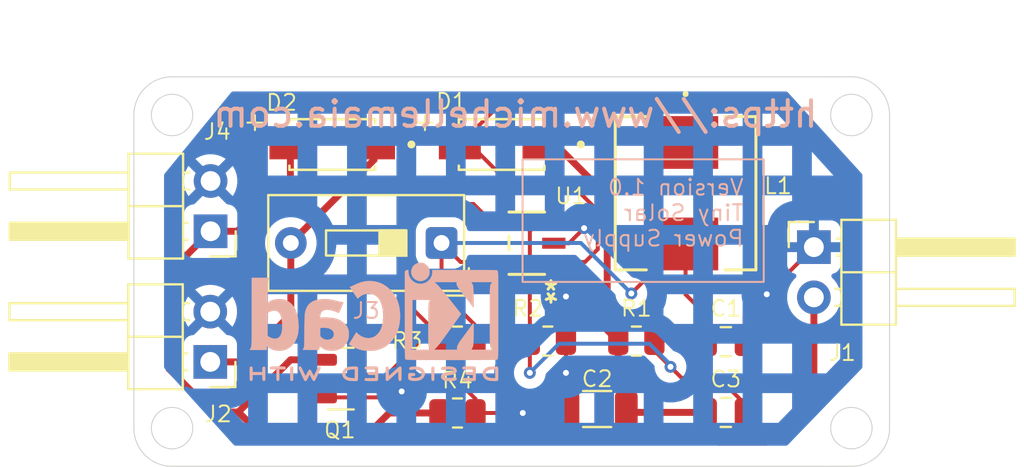
<source format=kicad_pcb>
(kicad_pcb (version 20241229) (generator "pcbnew") (generator_version "9.0")
  (title_block (title "Tiny Solar Power Supply") (date "2025-08-21") (rev "1.0") (company "https://www.michellemaia.com"))
  (layers (0 "F.Cu" signal) (2 "B.Cu" signal) (13 "F.Paste" user) (15 "B.Paste" user) (5 "F.SilkS" user "F.Silkscreen") (7 "B.SilkS" user "B.Silkscreen") (1 "F.Mask" user) (3 "B.Mask" user) (25 "Edge.Cuts" user))
  (net 0 "")
  (net 1 "Net-(J3-Pin_1)")
  (net 2 "GNDD")
  (net 3 "/OUT_P")
  (net 4 "Net-(U1-FB)")
  (net 5 "Net-(U1-SW)")
  (net 6 "/SOLAR_P")
  (net 7 "/BAT_P")
  (net 8 "Net-(Q1-D)")
  (footprint "AP3015AKTR-G1:SOT23-5_1P55X2P9_DIO" (layer "F.Cu") (at 121.4628 48.0568 180)
    (property "Reference" "U1" (at -2.2352 2.3876 0) (layer "F.SilkS") (effects (font (size 0.8 0.8) (thickness 0.1))))
    (property "Value" "AP3015AKTR-G1")
    (fp_text user "*" (at -1.2192 -2.4384 0) (layer "F.SilkS"))
    (fp_text user "*" (at -1.2192 -2.4384 180) (layer "F.SilkS"))
    (pad "1" smd rect (at -1.36525 -0.950001 180) (size 1.1811 0.5588) (layers "F.Cu" "F.Mask" "F.Paste") (net 5 "Net-(U1-SW)"))
    (pad "2" smd rect (at -1.36525 0 180) (size 1.1811 0.5588) (layers "F.Cu" "F.Mask" "F.Paste") (net 2 "GNDD"))
    (pad "3" smd rect (at -1.36525 0.950001 180) (size 1.1811 0.5588) (layers "F.Cu" "F.Mask" "F.Paste") (net 4 "Net-(U1-FB)"))
    (pad "4" smd rect (at 1.36525 0.950001 180) (size 1.1811 0.5588) (layers "F.Cu" "F.Mask" "F.Paste") (net 8 "Net-(Q1-D)"))
    (pad "5" smd rect (at 1.36525 -0.950001 180) (size 1.1811 0.5588) (layers "F.Cu" "F.Mask" "F.Paste") (net 1 "Net-(J3-Pin_1)"))
  )
  (footprint "Resistor_SMD:R_0805_2012Metric" (layer "F.Cu") (at 117.9576 56.6388)
    (property "Reference" "R4" (at 0 -1.65 0) (layer "F.SilkS") (effects (font (size 0.8 0.8) (thickness 0.1))))
    (property "Value" "1 MOhm")
    (pad "1" smd roundrect (at -0.9125 0) (size 1.025 1.4) (layers "F.Cu" "F.Mask" "F.Paste") (roundrect_rratio 0.243902) (net 6 "/SOLAR_P"))
    (pad "2" smd roundrect (at 0.9125 0) (size 1.025 1.4) (layers "F.Cu" "F.Mask" "F.Paste") (roundrect_rratio 0.243902) (net 2 "GNDD"))
  )
  (footprint "Connector_PinHeader_2.54mm:PinHeader_1x02_P2.54mm_Horizontal" (layer "F.Cu") (at 135.9754 48.255)
    (property "Reference" "J1" (at 1.4386 5.339 0) (layer "F.SilkS") (effects (font (size 0.8 0.8) (thickness 0.1))))
    (property "Value" "Conn_01x02_Pin")
    (pad "1" thru_hole rect (at 0 0) (size 1.7 1.7) (drill 1) (layers "*.Cu" "*.Mask") (net 2 "GNDD"))
    (pad "2" thru_hole circle (at 0 2.54) (size 1.7 1.7) (drill 1) (layers "*.Cu" "*.Mask") (net 3 "/OUT_P"))
  )
  (footprint "Capacitor_SMD:C_0805_2012Metric" (layer "F.Cu") (at 131.5234 53.0352)
    (property "Reference" "C1" (at 0 -1.68 0) (layer "F.SilkS") (effects (font (size 0.8 0.8) (thickness 0.1))))
    (property "Value" "4.7 uF, 50 V, X7R (0805)")
    (pad "1" smd roundrect (at -0.95 0) (size 1 1.45) (layers "F.Cu" "F.Mask" "F.Paste") (net 1 "Net-(J3-Pin_1)"))
    (pad "2" smd roundrect (at 0.95 0) (size 1 1.45) (layers "F.Cu" "F.Mask" "F.Paste") (net 2 "GNDD"))
  )
  (footprint "SS14:DIOM4325X250N" (layer "F.Cu") (at 120.1928 43.0659 180)
    (property "Reference" "D1" (at 2.54 2.1719 0) (layer "F.SilkS") (effects (font (size 0.8 0.8) (thickness 0.1))))
    (property "Value" "SS14")
    (pad "A" smd rect (at 2.115 0 180) (size 2.12 1.5) (layers "F.Cu" "F.Mask" "F.Paste") (net 5 "Net-(U1-SW)"))
    (pad "C" smd rect (at -2.115 0 180) (size 2.12 1.5) (layers "F.Cu" "F.Mask" "F.Paste") (net 3 "/OUT_P"))
  )
  (footprint "Capacitor_SMD:C_1206_3216Metric" (layer "F.Cu") (at 125.0188 56.4388 180)
    (property "Reference" "C2" (at 0 1.524 0) (layer "F.SilkS") (effects (font (size 0.8 0.8) (thickness 0.1))))
    (property "Value" "22 uF, 10 V, X7R (1206)")
    (pad "1" smd roundrect (at -1.475 0 180) (size 1.15 1.8) (layers "F.Cu" "F.Mask" "F.Paste") (roundrect_rratio 0.217391) (net 3 "/OUT_P"))
    (pad "2" smd roundrect (at 1.475 0 180) (size 1.15 1.8) (layers "F.Cu" "F.Mask" "F.Paste") (roundrect_rratio 0.217391) (net 2 "GNDD"))
  )
  (footprint "Resistor_SMD:R_0805_2012Metric" (layer "F.Cu") (at 122.5296 53.0052)
    (property "Reference" "R2" (at -1.016 -1.65 0) (layer "F.SilkS") (effects (font (size 0.8 0.8) (thickness 0.1))))
    (property "Value" "604 kOhm, 1%")
    (pad "1" smd roundrect (at -0.9125 0) (size 1.025 1.4) (layers "F.Cu" "F.Mask" "F.Paste") (roundrect_rratio 0.243902) (net 4 "Net-(U1-FB)"))
    (pad "2" smd roundrect (at 0.9125 0) (size 1.025 1.4) (layers "F.Cu" "F.Mask" "F.Paste") (roundrect_rratio 0.243902) (net 2 "GNDD"))
  )
  (footprint "Resistor_SMD:R_0805_2012Metric" (layer "F.Cu") (at 127 53.0052)
    (property "Reference" "R1" (at 0 -1.65 0) (layer "F.SilkS") (effects (font (size 0.8 0.8) (thickness 0.1))))
    (property "Value" "1 MOhm")
    (pad "1" smd roundrect (at -0.9125 0) (size 1.025 1.4) (layers "F.Cu" "F.Mask" "F.Paste") (roundrect_rratio 0.243902) (net 3 "/OUT_P"))
    (pad "2" smd roundrect (at 0.9125 0) (size 1.025 1.4) (layers "F.Cu" "F.Mask" "F.Paste") (roundrect_rratio 0.243902) (net 4 "Net-(U1-FB)"))
  )
  (footprint "Connector_PinHeader_2.54mm:PinHeader_1x02_P2.54mm_Horizontal" (layer "F.Cu") (at 105.4608 54.0562 180)
    (property "Reference" "J2" (at -0.4064 -2.6366 0) (layer "F.SilkS") (effects (font (size 0.8 0.8) (thickness 0.1))))
    (property "Value" "Conn_01x02_Pin")
    (pad "1" thru_hole rect (at 0 0 180) (size 1.7 1.7) (drill 1) (layers "*.Cu" "*.Mask") (net 7 "/BAT_P"))
    (pad "2" thru_hole circle (at 0 2.54 180) (size 1.7 1.7) (drill 1) (layers "*.Cu" "*.Mask") (net 2 "GNDD"))
  )
  (footprint "Resistor_SMD:R_0805_2012Metric" (layer "F.Cu") (at 117.9576 53.0052 180)
    (property "Reference" "R3" (at 2.54 0.0208 0) (layer "F.SilkS") (effects (font (size 0.8 0.8) (thickness 0.1))))
    (property "Value" "10 KOhm")
    (pad "1" smd roundrect (at -0.9125 0 180) (size 1.025 1.4) (layers "F.Cu" "F.Mask" "F.Paste") (roundrect_rratio 0.243902) (net 1 "Net-(J3-Pin_1)"))
    (pad "2" smd roundrect (at 0.9125 0 180) (size 1.025 1.4) (layers "F.Cu" "F.Mask" "F.Paste") (roundrect_rratio 0.243902) (net 8 "Net-(Q1-D)"))
  )
  (footprint "Package_TO_SOT_SMD:SOT-23" (layer "F.Cu") (at 112.0648 54.9007)
    (property "Reference" "Q1" (at -0.0508 2.6049 0) (layer "F.SilkS") (effects (font (size 0.8 0.8) (thickness 0.1))))
    (property "Value" "2N7002")
    (pad "1" smd roundrect (at -0.9375 -0.95) (size 1.475 0.6) (layers "F.Cu" "F.Mask" "F.Paste") (net 6 "/SOLAR_P"))
    (pad "2" smd roundrect (at -0.9375 0.95) (size 1.475 0.6) (layers "F.Cu" "F.Mask" "F.Paste") (net 2 "GNDD"))
    (pad "3" smd roundrect (at 0.9375 0) (size 1.475 0.6) (layers "F.Cu" "F.Mask" "F.Paste") (net 8 "Net-(Q1-D)"))
  )
  (footprint "ASPI-0630LR-100M-T15:IND_ASPI-0630LR_ABR" (layer "F.Cu") (at 129.4892 45.5295 -90)
    (property "Reference" "L1" (at -0.3683 -4.6736 0) (layer "F.SilkS") (effects (font (size 0.8 0.8) (thickness 0.1))))
    (property "Value" "ASPI-0630LR-100M-T15")
    (pad "1" smd rect (at -2.5654 0) (size 3.302 2.667) (layers "F.Cu" "F.Mask" "F.Paste") (net 5 "Net-(U1-SW)"))
    (pad "2" smd rect (at 2.5654 0) (size 3.302 2.667) (layers "F.Cu" "F.Mask" "F.Paste") (net 1 "Net-(J3-Pin_1)"))
  )
  (footprint "Button_Switch_THT:SW_DIP_SPSTx01_Slide_9.78x4.72mm_W7.62mm_P2.54mm" (layer "F.Cu") (at 117.1531 48.0443 180)
    (property "Reference" "J3" (at 3.81 -3.42 0) (layer "B.SilkS") (effects (font (size 0.8 0.8) (thickness 0.1))))
    (property "Value" "Conn_01x02_Pin")
    (pad "1" thru_hole roundrect (at 0 0 180) (size 1.6 1.6) (drill 0.8) (layers "*.Cu" "*.Mask") (roundrect_rratio 0.15625) (net 1 "Net-(J3-Pin_1)"))
    (pad "2" thru_hole circle (at 7.62 0 180) (size 1.6 1.6) (drill 0.8) (layers "*.Cu" "*.Mask") (net 7 "/BAT_P"))
  )
  (footprint "Capacitor_SMD:C_0805_2012Metric" (layer "F.Cu") (at 131.5234 56.6088)
    (property "Reference" "C3" (at 0 -1.68 0) (layer "F.SilkS") (effects (font (size 0.8 0.8) (thickness 0.1))))
    (property "Value" "10 pF, 10V, X7R (0805)")
    (pad "1" smd roundrect (at -0.95 0) (size 1 1.45) (layers "F.Cu" "F.Mask" "F.Paste") (net 3 "/OUT_P"))
    (pad "2" smd roundrect (at 0.95 0) (size 1 1.45) (layers "F.Cu" "F.Mask" "F.Paste") (net 4 "Net-(U1-FB)"))
  )
  (footprint "Connector_PinHeader_2.54mm:PinHeader_1x02_P2.54mm_Horizontal" (layer "F.Cu") (at 105.477 47.4522 180)
    (property "Reference" "J4" (at -0.3394 5.0342 0) (layer "F.SilkS") (effects (font (size 0.8 0.8) (thickness 0.1))))
    (property "Value" "Conn_01x02_Pin")
    (pad "1" thru_hole rect (at 0 0 180) (size 1.7 1.7) (drill 1) (layers "*.Cu" "*.Mask") (net 6 "/SOLAR_P"))
    (pad "2" thru_hole circle (at 0 2.54 180) (size 1.7 1.7) (drill 1) (layers "*.Cu" "*.Mask") (net 2 "GNDD"))
  )
  (footprint "SS14:DIOM4325X250N" (layer "F.Cu") (at 111.6281 43.0659 180)
    (property "Reference" "D2" (at 2.5605 2.1211 0) (layer "F.SilkS") (effects (font (size 0.8 0.8) (thickness 0.1))))
    (property "Value" "SS14")
    (pad "A" smd rect (at 2.115 0 180) (size 2.12 1.5) (layers "F.Cu" "F.Mask" "F.Paste") (net 6 "/SOLAR_P"))
    (pad "C" smd rect (at -2.115 0 180) (size 2.12 1.5) (layers "F.Cu" "F.Mask" "F.Paste") (net 7 "/BAT_P"))
  )
  (footprint "Symbol:KiCad-Logo2_5mm_SilkScreen" (layer "B.Cu") (at 113.7412 52.0192 180)
    (property "Reference" "REF**" (hide yes))
    (property "Value" "KiCad-Logo2_5mm_SilkScreen" (hide yes))
  )
  (gr_line (start 101.6 41.573931) (end 101.6 57.404) (stroke (width 0.05)) (layer "Edge.Cuts"))
  (gr_circle (center 103.5304 41.573931) (end 104.3432 42.234331) (stroke (width 0.05)) (fill no) (layer "Edge.Cuts"))
  (gr_line (start 137.8712 39.643531) (end 136.8044 39.643531) (stroke (width 0.05)) (layer "Edge.Cuts"))
  (gr_arc (start 101.6 41.573931) (mid 102.165401 40.208932) (end 103.5304 39.643531) (stroke (width 0.05)) (layer "Edge.Cuts"))
  (gr_line (start 136.8044 59.3344) (end 103.5304 59.3344) (stroke (width 0.05)) (layer "Edge.Cuts"))
  (gr_line (start 103.5304 39.643531) (end 136.8044 39.643531) (stroke (width 0.05)) (layer "Edge.Cuts"))
  (gr_arc (start 103.5304 59.3344) (mid 102.165401 58.768999) (end 101.6 57.404) (stroke (width 0.05)) (layer "Edge.Cuts"))
  (gr_circle (center 137.8712 41.573931) (end 138.684 42.234331) (stroke (width 0.05)) (fill no) (layer "Edge.Cuts"))
  (gr_circle (center 137.8712 57.404) (end 138.684 58.0644) (stroke (width 0.05)) (fill no) (layer "Edge.Cuts"))
  (gr_arc (start 137.8712 39.643531) (mid 139.236199 40.208932) (end 139.8016 41.573931) (stroke (width 0.05)) (layer "Edge.Cuts"))
  (gr_line (start 136.8044 59.3344) (end 137.8712 59.3344) (stroke (width 0.05)) (layer "Edge.Cuts"))
  (gr_line (start 139.8016 57.404) (end 139.8016 41.573931) (stroke (width 0.05)) (layer "Edge.Cuts"))
  (gr_arc (start 139.8016 57.404) (mid 139.236199 58.768999) (end 137.8712 59.3344) (stroke (width 0.05)) (layer "Edge.Cuts"))
  (gr_circle (center 103.5304 57.404) (end 104.3432 58.0644) (stroke (width 0.05)) (fill no) (layer "Edge.Cuts"))
  (gr_text "+" (at 107.0356 42.4688 0) (layer "F.SilkS") (effects (font (size 1 1) (thickness 0.1)) (justify left bottom)))
  (gr_text "+" (at 115.6281 42.4688 0) (layer "F.SilkS") (effects (font (size 1 1) (thickness 0.1)) (justify left bottom)))
  (gr_text "https://www.michellemaia.com" (at 136.271 42.291 0) (layer "B.SilkS") (effects (font (size 1.3 1.3) (thickness 0.2)) (justify left bottom mirror)))
  (gr_text_box "Version 1.0\nTiny Solar Power Supply" (start 121.2478 43.8159) (end 133.4398 50.0135) (margins 1.0025 1.0025 1.0025 1.0025) (layer "B.SilkS") (effects (font (size 0.8 0.8) (thickness 0.1)) (justify left top mirror)) (border yes) (stroke (width 0.1)))
  (segment (start 118.8701 53.0052) (end 118.8701 52.2205) (width 0.2) (layer "F.Cu") (net 1))
  (segment (start 129.2479 48.0949) (end 126.746 50.5968) (width 0.2) (layer "F.Cu") (net 1))
  (segment (start 118.115601 49.006801) (end 117.1531 48.0443) (width 0.2) (layer "F.Cu") (net 1))
  (segment (start 117.1531 50.5035) (end 117.1531 48.0443) (width 0.2) (layer "F.Cu") (net 1))
  (segment (start 130.5734 51.7318) (end 129.4892 50.6476) (width 0.2) (layer "F.Cu") (net 1))
  (segment (start 120.09755 49.006801) (end 118.115601 49.006801) (width 0.2) (layer "F.Cu") (net 1))
  (segment (start 129.4892 50.6476) (end 129.4892 48.0949) (width 0.2) (layer "F.Cu") (net 1))
  (segment (start 130.5734 53.0352) (end 130.5734 51.7318) (width 0.2) (layer "F.Cu") (net 1))
  (segment (start 129.4892 48.0949) (end 129.2479 48.0949) (width 0.2) (layer "F.Cu") (net 1))
  (segment (start 118.8701 52.2205) (end 117.1531 50.5035) (width 0.2) (layer "F.Cu") (net 1))
  (via (at 126.746 50.5968) (size 0.6) (drill 0.3) (layers "F.Cu" "B.Cu") (net 1))
  (segment (start 124.1935 48.0443) (end 117.1531 48.0443) (width 0.2) (layer "B.Cu") (net 1))
  (segment (start 126.746 50.5968) (end 124.1935 48.0443) (width 0.2) (layer "B.Cu") (net 1))
  (segment (start 111.1273 55.8507) (end 114.8373 55.8507) (width 0.2) (layer "F.Cu") (net 2))
  (segment (start 118.8701 55.9289) (end 118.8701 56.6388) (width 0.2) (layer "F.Cu") (net 2))
  (segment (start 114.8373 55.8507) (end 115.1382 55.5498) (width 0.2) (layer "F.Cu") (net 2))
  (segment (start 123.5964 48.0568) (end 124.3584 47.2948) (width 0.2) (layer "F.Cu") (net 2))
  (segment (start 132.4734 51.757) (end 133.5934 50.637) (width 0.2) (layer "F.Cu") (net 2))
  (segment (start 123.4421 53.0052) (end 123.4421 50.7511) (width 0.2) (layer "F.Cu") (net 2))
  (segment (start 121.2596 56.6388) (end 123.3438 56.6388) (width 0.2) (layer "F.Cu") (net 2))
  (segment (start 122.82805 48.0568) (end 123.5964 48.0568) (width 0.2) (layer "F.Cu") (net 2))
  (segment (start 123.3438 56.6388) (end 123.5438 56.4388) (width 0.2) (layer "F.Cu") (net 2))
  (segment (start 115.1382 55.5498) (end 115.4684 55.2196) (width 0.2) (layer "F.Cu") (net 2))
  (segment (start 123.4421 53.0052) (end 123.4421 54.61) (width 0.2) (layer "F.Cu") (net 2))
  (segment (start 132.4734 53.0352) (end 132.4734 51.757) (width 0.2) (layer "F.Cu") (net 2))
  (segment (start 123.444 50.7492) (end 123.4421 50.7511) (width 0.2) (layer "F.Cu") (net 2))
  (segment (start 118.1608 55.2196) (end 118.8701 55.9289) (width 0.2) (layer "F.Cu") (net 2))
  (segment (start 123.4421 56.3371) (end 123.5438 56.4388) (width 0.2) (layer "F.Cu") (net 2))
  (segment (start 133.5934 50.637) (end 135.9754 48.255) (width 0.2) (layer "F.Cu") (net 2))
  (segment (start 123.4421 54.61) (end 123.4421 56.3371) (width 0.2) (layer "F.Cu") (net 2))
  (segment (start 118.8701 56.6388) (end 121.2596 56.6388) (width 0.2) (layer "F.Cu") (net 2))
  (segment (start 115.4684 55.2196) (end 118.1608 55.2196) (width 0.2) (layer "F.Cu") (net 2))
  (via (at 121.2596 56.6388) (size 0.6) (drill 0.3) (layers "F.Cu" "B.Cu") (net 2))
  (via (at 115.1382 55.5498) (size 0.6) (drill 0.3) (layers "F.Cu" "B.Cu") (net 2))
  (via (at 124.3584 47.2948) (size 0.6) (drill 0.3) (layers "F.Cu" "B.Cu") (net 2))
  (via (at 123.4421 50.7511) (size 0.6) (drill 0.3) (layers "F.Cu" "B.Cu") (net 2))
  (via (at 123.4421 54.61) (size 0.6) (drill 0.3) (layers "F.Cu" "B.Cu") (net 2))
  (via (at 133.5934 50.637) (size 0.6) (drill 0.3) (layers "F.Cu" "B.Cu") (net 2))
  (segment (start 126.0875 54.5065) (end 126.0875 53.0052) (width 0.35) (layer "F.Cu") (net 3))
  (segment (start 125.5268 45.6692) (end 122.9235 43.0659) (width 0.35) (layer "F.Cu") (net 3))
  (segment (start 126.4938 56.4388) (end 126.4938 54.9166) (width 0.35) (layer "F.Cu") (net 3))
  (segment (start 126.4938 54.9166) (end 126.0856 54.5084) (width 0.35) (layer "F.Cu") (net 3))
  (segment (start 130.5734 56.6088) (end 126.6638 56.6088) (width 0.35) (layer "F.Cu") (net 3))
  (segment (start 126.0875 53.0052) (end 125.5268 52.4445) (width 0.35) (layer "F.Cu") (net 3))
  (segment (start 133.5532 58.1152) (end 135.9754 55.693) (width 0.35) (layer "F.Cu") (net 3))
  (segment (start 126.6638 56.6088) (end 126.4938 56.4388) (width 0.35) (layer "F.Cu") (net 3))
  (segment (start 122.9235 43.0659) (end 122.3078 43.0659) (width 0.35) (layer "F.Cu") (net 3))
  (segment (start 130.5734 57.523) (end 131.1656 58.1152) (width 0.35) (layer "F.Cu") (net 3))
  (segment (start 130.5734 56.6088) (end 130.5734 57.523) (width 0.35) (layer "F.Cu") (net 3))
  (segment (start 131.1656 58.1152) (end 133.5532 58.1152) (width 0.35) (layer "F.Cu") (net 3))
  (segment (start 125.5268 52.4445) (end 125.5268 45.6692) (width 0.35) (layer "F.Cu") (net 3))
  (segment (start 135.9754 55.693) (end 135.9754 50.795) (width 0.35) (layer "F.Cu") (net 3))
  (segment (start 126.0856 54.5084) (end 126.0875 54.5065) (width 0.35) (layer "F.Cu") (net 3))
  (segment (start 131.1656 54.864) (end 129.286 54.864) (width 0.2) (layer "F.Cu") (net 4))
  (segment (start 132.4734 56.6088) (end 132.4734 56.1718) (width 0.2) (layer "F.Cu") (net 4))
  (segment (start 121.6171 53.0052) (end 121.6171 54.6081) (width 0.2) (layer "F.Cu") (net 4))
  (segment (start 121.6171 47.4491) (end 121.6171 53.0052) (width 0.2) (layer "F.Cu") (net 4))
  (segment (start 122.82805 47.106799) (end 121.955601 47.106799) (width 0.2) (layer "F.Cu") (net 4))
  (segment (start 121.6152 47.4472) (end 121.6171 47.4491) (width 0.2) (layer "F.Cu") (net 4))
  (segment (start 127.9125 53.4905) (end 127.9125 53.0052) (width 0.2) (layer "F.Cu") (net 4))
  (segment (start 128.7272 54.3052) (end 127.9125 53.4905) (width 0.2) (layer "F.Cu") (net 4))
  (segment (start 129.286 54.864) (end 128.7272 54.3052) (width 0.2) (layer "F.Cu") (net 4))
  (segment (start 132.4734 56.1718) (end 131.1656 54.864) (width 0.2) (layer "F.Cu") (net 4))
  (segment (start 121.6171 54.6081) (end 121.6152 54.61) (width 0.2) (layer "F.Cu") (net 4))
  (segment (start 121.955601 47.106799) (end 121.6152 47.4472) (width 0.2) (layer "F.Cu") (net 4))
  (via (at 128.7272 54.3052) (size 0.6) (drill 0.3) (layers "F.Cu" "B.Cu") (net 4))
  (via (at 121.6152 54.61) (size 0.6) (drill 0.3) (layers "F.Cu" "B.Cu") (net 4))
  (segment (start 123.0884 53.1368) (end 127.6604 53.1368) (width 0.2) (layer "B.Cu") (net 4))
  (segment (start 121.6152 54.61) (end 123.0884 53.1368) (width 0.2) (layer "B.Cu") (net 4))
  (segment (start 127.6604 53.1368) (end 128.7272 54.2036) (width 0.2) (layer "B.Cu") (net 4))
  (segment (start 128.7272 54.2036) (end 128.7272 54.3052) (width 0.2) (layer "B.Cu") (net 4))
  (segment (start 118.6055 43.0659) (end 118.0778 43.0659) (width 0.2) (layer "F.Cu") (net 5))
  (segment (start 129.4892 42.9641) (end 127.5715 41.0464) (width 0.2) (layer "F.Cu") (net 5))
  (segment (start 125.0508 46.4124) (end 124.0028 45.3644) (width 0.2) (layer "F.Cu") (net 5))
  (segment (start 120.0973 41.0464) (end 118.0778 43.0659) (width 0.2) (layer "F.Cu") (net 5))
  (segment (start 124.0028 45.3644) (end 120.904 45.3644) (width 0.2) (layer "F.Cu") (net 5))
  (segment (start 122.82805 49.006801) (end 124.405599 49.006801) (width 0.2) (layer "F.Cu") (net 5))
  (segment (start 124.405599 49.006801) (end 125.0508 48.3616) (width 0.2) (layer "F.Cu") (net 5))
  (segment (start 127.5715 41.0464) (end 120.0973 41.0464) (width 0.2) (layer "F.Cu") (net 5))
  (segment (start 120.904 45.3644) (end 118.6055 43.0659) (width 0.2) (layer "F.Cu") (net 5))
  (segment (start 125.0508 48.3616) (end 125.0508 46.4124) (width 0.2) (layer "F.Cu") (net 5))
  (segment (start 109.5131 44.7665) (end 109.5131 43.0659) (width 0.35) (layer "F.Cu") (net 6))
  (segment (start 117.0451 56.6388) (end 114.5064 56.6388) (width 0.35) (layer "F.Cu") (net 6))
  (segment (start 106.8274 47.4522) (end 109.5131 44.7665) (width 0.35) (layer "F.Cu") (net 6))
  (segment (start 114.5064 56.6388) (end 113.6904 57.4548) (width 0.35) (layer "F.Cu") (net 6))
  (segment (start 107.7468 57.4548) (end 106.8832 56.5912) (width 0.35) (layer "F.Cu") (net 6))
  (segment (start 109.5237 53.9507) (end 106.8832 56.5912) (width 0.35) (layer "F.Cu") (net 6))
  (segment (start 106.8832 56.5912) (end 105.5624 56.5912) (width 0.35) (layer "F.Cu") (net 6))
  (segment (start 103.378 49.53) (end 103.3992 49.53) (width 0.35) (layer "F.Cu") (net 6))
  (segment (start 113.6904 57.4548) (end 107.7468 57.4548) (width 0.35) (layer "F.Cu") (net 6))
  (segment (start 105.5624 56.5912) (end 103.378 54.4068) (width 0.35) (layer "F.Cu") (net 6))
  (segment (start 105.477 47.4522) (end 106.8274 47.4522) (width 0.35) (layer "F.Cu") (net 6))
  (segment (start 103.3992 49.53) (end 105.477 47.4522) (width 0.35) (layer "F.Cu") (net 6))
  (segment (start 103.378 54.4068) (end 103.378 49.53) (width 0.35) (layer "F.Cu") (net 6))
  (segment (start 111.1273 53.9507) (end 109.5237 53.9507) (width 0.35) (layer "F.Cu") (net 6))
  (segment (start 113.7431 43.8343) (end 113.7431 43.0659) (width 0.35) (layer "F.Cu") (net 7))
  (segment (start 109.5756 51.6128) (end 109.5331 51.5703) (width 0.35) (layer "F.Cu") (net 7))
  (segment (start 109.5331 51.5703) (end 109.5331 48.0443) (width 0.35) (layer "F.Cu") (net 7))
  (segment (start 105.4608 54.0562) (end 107.1322 54.0562) (width 0.35) (layer "F.Cu") (net 7))
  (segment (start 107.1322 54.0562) (end 109.5756 51.6128) (width 0.35) (layer "F.Cu") (net 7))
  (segment (start 109.5331 48.0443) (end 113.7431 43.8343) (width 0.35) (layer "F.Cu") (net 7))
  (segment (start 119.801599 47.106799) (end 118.7704 46.0756) (width 0.2) (layer "F.Cu") (net 8))
  (segment (start 115.2144 47.2948) (end 115.2144 50.9016) (width 0.2) (layer "F.Cu") (net 8))
  (segment (start 118.7704 46.0756) (end 116.4336 46.0756) (width 0.2) (layer "F.Cu") (net 8))
  (segment (start 117.0451 52.7323) (end 117.0451 53.0052) (width 0.2) (layer "F.Cu") (net 8))
  (segment (start 115.2144 50.9016) (end 117.0451 52.7323) (width 0.2) (layer "F.Cu") (net 8))
  (segment (start 114.2125 54.9007) (end 116.108 53.0052) (width 0.2) (layer "F.Cu") (net 8))
  (segment (start 116.4336 46.0756) (end 115.2144 47.2948) (width 0.2) (layer "F.Cu") (net 8))
  (segment (start 113.0023 54.9007) (end 114.2125 54.9007) (width 0.2) (layer "F.Cu") (net 8))
  (segment (start 120.09755 47.106799) (end 119.801599 47.106799) (width 0.2) (layer "F.Cu") (net 8))
  (segment (start 116.108 53.0052) (end 117.0451 53.0052) (width 0.2) (layer "F.Cu") (net 8))
  (zone (net 2) (net_name "GNDD") (layer "B.Cu") (name "GNDD") (connect_pads (clearance 0.5)) (min_thickness 0.25) (fill yes (mode hatch) (thermal_gap 0.5) (thermal_bridge_width 0.5) (hatch_thickness 1) (hatch_gap 1.5) (hatch_orientation 0) (hatch_border_algorithm hatch_thickness) (hatch_min_hole_area 0.3))
    (polygon (pts (xy 103.124 44.577) (xy 106.553 40.386) (xy 134.62 40.386) (xy 138.43 44.577) (xy 138.43 54.356) (xy 134.62 58.293) (xy 106.6832 58.293) (xy 103.124 54.356)))
  )
)
</source>
